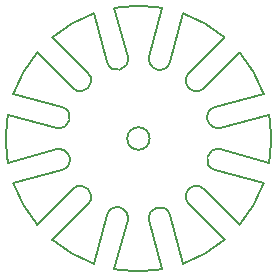
<source format=gbr>
G04 #@! TF.GenerationSoftware,KiCad,Pcbnew,5.1.6*
G04 #@! TF.CreationDate,2020-07-31T21:35:34+02:00*
G04 #@! TF.ProjectId,motor-encoder-disk,6d6f746f-722d-4656-9e63-6f6465722d64,1*
G04 #@! TF.SameCoordinates,Original*
G04 #@! TF.FileFunction,Profile,NP*
%FSLAX46Y46*%
G04 Gerber Fmt 4.6, Leading zero omitted, Abs format (unit mm)*
G04 Created by KiCad (PCBNEW 5.1.6) date 2020-07-31 21:35:34*
%MOMM*%
%LPD*%
G01*
G04 APERTURE LIST*
G04 #@! TA.AperFunction,Profile*
%ADD10C,0.200000*%
G04 #@! TD*
G04 APERTURE END LIST*
D10*
X150305317Y-85519712D02*
X153326106Y-82498923D01*
X148699077Y-84592348D02*
G75*
G02*
X146960411Y-84126474I-869333J232937D01*
G01*
X140487987Y-86792504D02*
X137467198Y-83771715D01*
X149804763Y-80465874D02*
X148699077Y-84592348D01*
X146983048Y-91064773D02*
G75*
G03*
X146983048Y-91064773I-950000J0D01*
G01*
X149804763Y-80465875D02*
G75*
G02*
X153326106Y-82498923I-3771715J-10598898D01*
G01*
X145105685Y-84126474D02*
G75*
G02*
X143367019Y-84592348I-869333J-232937D01*
G01*
X138739990Y-82498923D02*
X141760779Y-85519712D01*
X146960411Y-84126474D02*
X148066096Y-80000000D01*
X140487987Y-95337042D02*
G75*
G02*
X141760779Y-96609834I636396J-636396D01*
G01*
X137467198Y-98357831D02*
X140487987Y-95337042D01*
X138739989Y-82498922D02*
G75*
G02*
X142261333Y-80465874I7293059J-8565851D01*
G01*
X139094749Y-90137410D02*
X134968275Y-89031725D01*
X135434150Y-87293058D02*
G75*
G02*
X137467198Y-83771715I10598898J-3771715D01*
G01*
X134968276Y-93097822D02*
G75*
G02*
X134968275Y-89031725I11064772J2033049D01*
G01*
X143367019Y-84592348D02*
X142261333Y-80465874D01*
X139560623Y-88398744D02*
G75*
G02*
X139094749Y-90137410I-232937J-869333D01*
G01*
X156631947Y-94836488D02*
X152505473Y-93730802D01*
X156631946Y-94836488D02*
G75*
G02*
X154598898Y-98357831I-10598898J3771715D01*
G01*
X151578109Y-95337042D02*
X154598898Y-98357831D01*
X150305317Y-96609834D02*
G75*
G02*
X151578109Y-95337042I636396J636396D01*
G01*
X153326106Y-99630623D02*
X150305317Y-96609834D01*
X153326107Y-99630624D02*
G75*
G02*
X149804763Y-101663672I-7293059J8565851D01*
G01*
X143367019Y-97537198D02*
G75*
G02*
X145105685Y-98003072I869333J-232937D01*
G01*
X142261333Y-101663672D02*
X143367019Y-97537198D01*
X142261333Y-101663671D02*
G75*
G02*
X138739990Y-99630623I3771715J10598898D01*
G01*
X141760779Y-96609834D02*
X138739990Y-99630623D01*
X139094749Y-91992136D02*
G75*
G02*
X139560623Y-93730802I232937J-869333D01*
G01*
X134968275Y-93097821D02*
X139094749Y-91992136D01*
X141760779Y-85519712D02*
G75*
G02*
X140487987Y-86792504I-636396J-636396D01*
G01*
X135434149Y-87293058D02*
X139560623Y-88398744D01*
X151578109Y-86792504D02*
G75*
G02*
X150305317Y-85519712I-636396J636396D01*
G01*
X154598898Y-83771715D02*
X151578109Y-86792504D01*
X154598899Y-83771714D02*
G75*
G02*
X156631947Y-87293058I-8565851J-7293059D01*
G01*
X152505473Y-88398744D02*
X156631947Y-87293058D01*
X152971347Y-90137410D02*
G75*
G02*
X152505473Y-88398744I-232937J869333D01*
G01*
X157097821Y-89031725D02*
X152971347Y-90137410D01*
X157097820Y-89031724D02*
G75*
G02*
X157097821Y-93097821I-11064772J-2033049D01*
G01*
X152971347Y-91992136D02*
X157097821Y-93097821D01*
X152505473Y-93730802D02*
G75*
G02*
X152971347Y-91992136I232937J869333D01*
G01*
X137467197Y-98357832D02*
G75*
G02*
X135434149Y-94836488I8565851J7293059D01*
G01*
X139560623Y-93730802D02*
X135434149Y-94836488D01*
X148699077Y-97537198D02*
X149804763Y-101663672D01*
X146960411Y-98003072D02*
G75*
G02*
X148699077Y-97537198I869333J232937D01*
G01*
X148066096Y-102129546D02*
X146960411Y-98003072D01*
X148066097Y-102129545D02*
G75*
G02*
X144000000Y-102129546I-2033049J11064772D01*
G01*
X145105685Y-98003072D02*
X144000000Y-102129546D01*
X143999999Y-80000001D02*
G75*
G02*
X148066096Y-80000000I2033049J-11064772D01*
G01*
X144000000Y-80000000D02*
X145105685Y-84126474D01*
M02*

</source>
